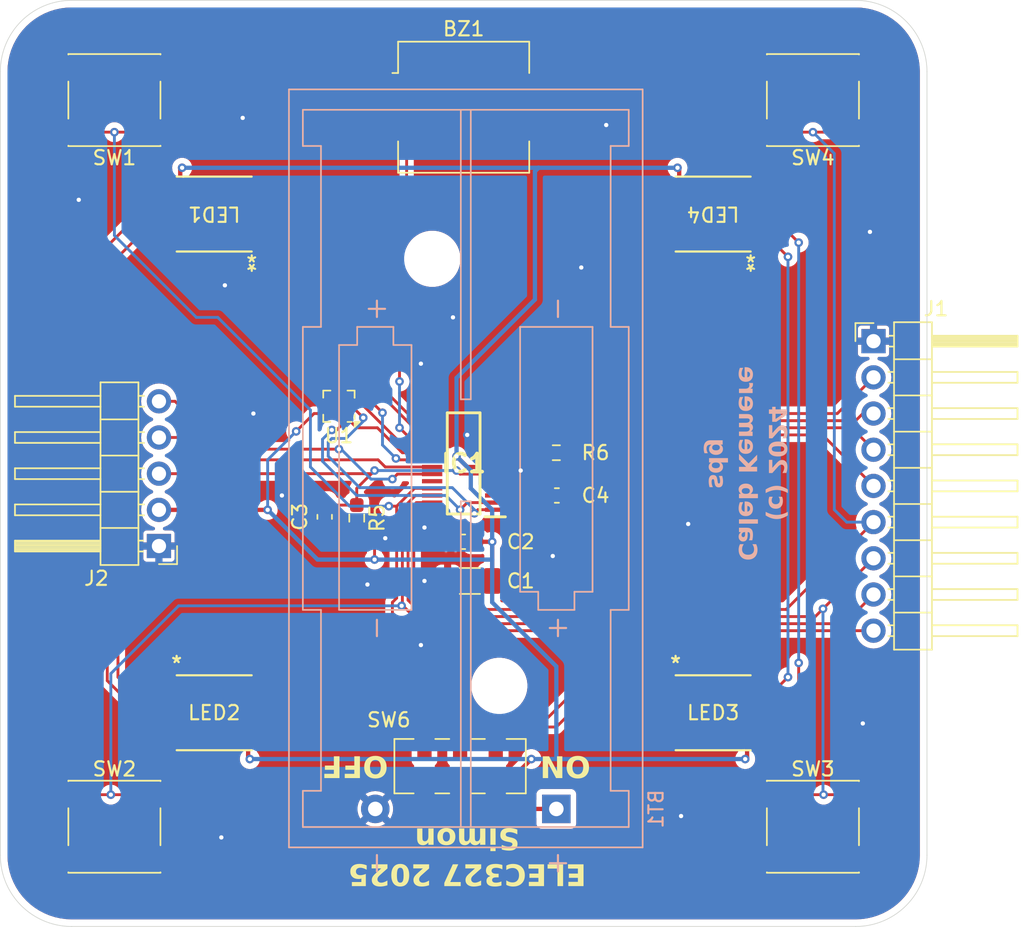
<source format=kicad_pcb>
(kicad_pcb (version 20240108) (generator "pcbnew") (generator_version "8.0")
  (layers (0 "F.Cu" signal) (31 "B.Cu" signal) (34 "B.Paste" user) (35 "F.Paste" user) (36 "B.SilkS" user "B.Silkscreen") (37 "F.SilkS" user "F.Silkscreen") (38 "B.Mask" user) (39 "F.Mask" user) (44 "Edge.Cuts" user))
  (net 0 "")
  (net 5 "SPI1_SCK")
  (net 6 "ACC_INT")
  (net 7 "VDD")
  (net 8 "GND")
  (net 9 "NRST")
  (net 10 "VCORE")
  (net 11 "ROSC")
  (net 12 "LED1_IO")
  (net 13 "LED2_IO")
  (net 14 "LED3_IO")
  (net 15 "LED4_IO")
  (net 16 "BUTTON1_IO")
  (net 17 "BUTTON2_IO")
  (net 18 "BUTTON3_IO")
  (net 19 "BUTTON4_IO")
  (net 20 "BUZZER_IO")
  (net 21 "SWDIO")
  (net 22 "SWCLK")
  (net 24 "SPI0_LED_SCK")
  (net 25 "SPI0_LED_PICO")
  (net 26 "Net-(LED1-COUT)")
  (net 27 "Net-(LED1-DOUT)")
  (net 28 "Net-(LED2-COUT)")
  (net 29 "Net-(LED2-DOUT)")
  (net 30 "Net-(LED3-DOUT)")
  (net 31 "Net-(LED3-COUT)")
  (net 34 "SPI1_POCI")
  (net 35 "SPI1_PICO")
  (net 36 "SPI1_CS0")
  (net 38 "Net-(BT1-+)")
  (footprint "ELEC327-Kicad:BL-HBGR32L-3-TRB-8_AMB" (layer "F.Cu") (at 100 50 180)
    (property "Reference" "LED4" (at 0 0 180) (layer "F.SilkS"))
    (property "Value" "BL-HBGR32L-3-TRB-8")
    (fp_text user "*" (at -2.63525 -3.4417 180) (layer "F.SilkS"))
    (fp_text user "*" (at -2.63525 -3.4417 180) (layer "F.SilkS"))
    (pad "1" smd rect (at -2.38125 -1.6002 180) (size 1.3589 1.143) (layers "F.Cu" "F.Paste" "F.Mask") (net 30 "Net-(LED3-DOUT)"))
    (pad "2" smd rect (at -2.38125 0 180) (size 1.3589 1.143) (layers "F.Cu" "F.Paste" "F.Mask") (net 31 "Net-(LED3-COUT)"))
    (pad "3" smd rect (at -2.38125 1.6002 180) (size 1.3589 1.143) (layers "F.Cu" "F.Paste" "F.Mask") (net 8 "GND"))
    (pad "4" smd rect (at 2.38125 1.6002 180) (size 1.3589 1.143) (layers "F.Cu" "F.Paste" "F.Mask") (net 7 "VDD"))
    (pad "5" smd rect (at 2.38125 0 180) (size 1.3589 1.143) (layers "F.Cu" "F.Paste" "F.Mask"))
    (pad "6" smd rect (at 2.38125 -1.6002 180) (size 1.3589 1.143) (layers "F.Cu" "F.Paste" "F.Mask"))
  )
  (footprint "Buzzer_Beeper:Buzzer_CUI_CPT-9019S-SMT" (layer "F.Cu") (at 82.5 42.5)
    (property "Reference" "BZ1" (at 0 -5.5 0) (layer "F.SilkS"))
    (property "Value" "Buzzer")
    (pad "1" smd rect (at -4 0) (size 2 4.2) (layers "F.Cu" "F.Paste" "F.Mask") (net 20 "BUZZER_IO"))
    (pad "2" smd rect (at 4 0) (size 2 4.2) (layers "F.Cu" "F.Paste" "F.Mask") (net 8 "GND"))
  )
  (footprint "Connector_PinHeader_2.54mm:PinHeader_1x09_P2.54mm_Horizontal" (layer "F.Cu") (at 111.25 58.92)
    (property "Reference" "J1" (at 4.385 -2.27 0) (layer "F.SilkS"))
    (property "Value" "Conn_01x09" (hide yes))
    (pad "1" thru_hole rect (at 0 0) (size 1.7 1.7) (drill 1) (layers "*.Cu" "*.Mask") (net 8 "GND"))
    (pad "2" thru_hole oval (at 0 2.54) (size 1.7 1.7) (drill 1) (layers "*.Cu" "*.Mask") (net 15 "LED4_IO"))
    (pad "3" thru_hole oval (at 0 5.08) (size 1.7 1.7) (drill 1) (layers "*.Cu" "*.Mask") (net 14 "LED3_IO"))
    (pad "4" thru_hole oval (at 0 7.62) (size 1.7 1.7) (drill 1) (layers "*.Cu" "*.Mask") (net 13 "LED2_IO"))
    (pad "5" thru_hole oval (at 0 10.16) (size 1.7 1.7) (drill 1) (layers "*.Cu" "*.Mask") (net 12 "LED1_IO"))
    (pad "6" thru_hole oval (at 0 12.7) (size 1.7 1.7) (drill 1) (layers "*.Cu" "*.Mask") (net 19 "BUTTON4_IO"))
    (pad "7" thru_hole oval (at 0 15.24) (size 1.7 1.7) (drill 1) (layers "*.Cu" "*.Mask") (net 18 "BUTTON3_IO"))
    (pad "8" thru_hole oval (at 0 17.78) (size 1.7 1.7) (drill 1) (layers "*.Cu" "*.Mask") (net 17 "BUTTON2_IO"))
    (pad "9" thru_hole oval (at 0 20.32) (size 1.7 1.7) (drill 1) (layers "*.Cu" "*.Mask") (net 16 "BUTTON1_IO"))
  )
  (footprint "Button_Switch_SMD:SW_SPST_PTS645" (layer "F.Cu") (at 107 93)
    (property "Reference" "SW3" (at 0 -4.05 0) (layer "F.SilkS"))
    (property "Value" "SW_DPST")
    (pad "1" smd rect (at -3.98 -2.25) (size 1.55 1.3) (layers "F.Cu" "F.Paste" "F.Mask") (net 18 "BUTTON3_IO"))
    (pad "1" smd rect (at 3.98 -2.25) (size 1.55 1.3) (layers "F.Cu" "F.Paste" "F.Mask") (net 18 "BUTTON3_IO"))
    (pad "2" smd rect (at -3.98 2.25) (size 1.55 1.3) (layers "F.Cu" "F.Paste" "F.Mask") (net 8 "GND"))
    (pad "2" smd rect (at 3.98 2.25) (size 1.55 1.3) (layers "F.Cu" "F.Paste" "F.Mask") (net 8 "GND"))
  )
  (footprint "Connector_PinHeader_2.54mm:PinHeader_1x05_P2.54mm_Horizontal" (layer "F.Cu") (at 61.125 73.3 180)
    (property "Reference" "J2" (at 4.385 -2.27 0) (layer "F.SilkS"))
    (property "Value" "Conn_01x05")
    (pad "1" thru_hole rect (at 0 0 180) (size 1.7 1.7) (drill 1) (layers "*.Cu" "*.Mask") (net 8 "GND"))
    (pad "2" thru_hole oval (at 0 2.54 180) (size 1.7 1.7) (drill 1) (layers "*.Cu" "*.Mask") (net 7 "VDD"))
    (pad "3" thru_hole oval (at 0 5.08 180) (size 1.7 1.7) (drill 1) (layers "*.Cu" "*.Mask") (net 9 "NRST"))
    (pad "4" thru_hole oval (at 0 7.62 180) (size 1.7 1.7) (drill 1) (layers "*.Cu" "*.Mask") (net 21 "SWDIO"))
    (pad "5" thru_hole oval (at 0 10.16 180) (size 1.7 1.7) (drill 1) (layers "*.Cu" "*.Mask") (net 22 "SWCLK"))
  )
  (footprint "Capacitor_SMD:C_0603_1608Metric_Pad1.08x0.95mm_HandSolder" (layer "F.Cu") (at 82.4625 73 180)
    (property "Reference" "C2" (at -4.0375 0 180) (layer "F.SilkS"))
    (property "Value" "0.1uF")
    (pad "1" smd roundrect (at -0.8625 0 180) (size 1.075 0.95) (layers "F.Cu" "F.Paste" "F.Mask") (net 7 "VDD"))
    (pad "2" smd roundrect (at 0.8625 0 180) (size 1.075 0.95) (layers "F.Cu" "F.Paste" "F.Mask") (net 8 "GND"))
  )
  (footprint "Resistor_SMD:R_0603_1608Metric_Pad0.98x0.95mm_HandSolder" (layer "F.Cu") (at 89 66.75 180)
    (property "Reference" "R6" (at -2.75 0 0) (layer "F.SilkS"))
    (property "Value" "100k")
    (pad "1" smd roundrect (at -0.9125 0 180) (size 0.975 0.95) (layers "F.Cu" "F.Paste" "F.Mask") (net 8 "GND"))
    (pad "2" smd roundrect (at 0.9125 0 180) (size 0.975 0.95) (layers "F.Cu" "F.Paste" "F.Mask") (net 11 "ROSC"))
  )
  (footprint "Button_Switch_SMD:SW_SPST_PTS645" (layer "F.Cu") (at 107 42 180)
    (property "Reference" "SW4" (at 0 -4.05 180) (layer "F.SilkS"))
    (property "Value" "SW_DPST")
    (pad "1" smd rect (at -3.98 -2.25 180) (size 1.55 1.3) (layers "F.Cu" "F.Paste" "F.Mask") (net 19 "BUTTON4_IO"))
    (pad "1" smd rect (at 3.98 -2.25 180) (size 1.55 1.3) (layers "F.Cu" "F.Paste" "F.Mask") (net 19 "BUTTON4_IO"))
    (pad "2" smd rect (at -3.98 2.25 180) (size 1.55 1.3) (layers "F.Cu" "F.Paste" "F.Mask") (net 8 "GND"))
    (pad "2" smd rect (at 3.98 2.25 180) (size 1.55 1.3) (layers "F.Cu" "F.Paste" "F.Mask") (net 8 "GND"))
  )
  (footprint "ELEC327-Kicad:SOP50P490X110-28N" (layer "F.Cu") (at 82.5 67.5 180)
    (property "Reference" "IC1" (at 0 0 180) (layer "F.SilkS") (effects (font (size 1.27 1.27) (thickness 0.254))))
    (property "Value" "MSPM0G3507SDGS28R" (hide yes))
    (pad "1" smd rect (at -2.212 -3.25 270) (size 0.3 1.425) (layers "F.Cu" "F.Paste" "F.Mask") (net 36 "SPI1_CS0"))
    (pad "2" smd rect (at -2.212 -2.75 270) (size 0.3 1.425) (layers "F.Cu" "F.Paste" "F.Mask") (net 6 "ACC_INT"))
    (pad "3" smd rect (at -2.212 -2.25 270) (size 0.3 1.425) (layers "F.Cu" "F.Paste" "F.Mask") (net 10 "VCORE"))
    (pad "4" smd rect (at -2.212 -1.75 270) (size 0.3 1.425) (layers "F.Cu" "F.Paste" "F.Mask"))
    (pad "5" smd rect (at -2.212 -1.25 270) (size 0.3 1.425) (layers "F.Cu" "F.Paste" "F.Mask"))
    (pad "6" smd rect (at -2.212 -0.75 270) (size 0.3 1.425) (layers "F.Cu" "F.Paste" "F.Mask") (net 9 "NRST"))
    (pad "7" smd rect (at -2.212 -0.25 270) (size 0.3 1.425) (layers "F.Cu" "F.Paste" "F.Mask") (net 7 "VDD"))
    (pad "8" smd rect (at -2.212 0.25 270) (size 0.3 1.425) (layers "F.Cu" "F.Paste" "F.Mask") (net 8 "GND"))
    (pad "9" smd rect (at -2.212 0.75 270) (size 0.3 1.425) (layers "F.Cu" "F.Paste" "F.Mask") (net 11 "ROSC"))
    (pad "10" smd rect (at -2.212 1.25 270) (size 0.3 1.425) (layers "F.Cu" "F.Paste" "F.Mask") (net 12 "LED1_IO"))
    (pad "11" smd rect (at -2.212 1.75 270) (size 0.3 1.425) (layers "F.Cu" "F.Paste" "F.Mask") (net 13 "LED2_IO"))
    (pad "12" smd rect (at -2.212 2.25 270) (size 0.3 1.425) (layers "F.Cu" "F.Paste" "F.Mask") (net 14 "LED3_IO"))
    (pad "13" smd rect (at -2.212 2.75 270) (size 0.3 1.425) (layers "F.Cu" "F.Paste" "F.Mask") (net 15 "LED4_IO"))
    (pad "14" smd rect (at -2.212 3.25 270) (size 0.3 1.425) (layers "F.Cu" "F.Paste" "F.Mask"))
    (pad "15" smd rect (at 2.212 3.25 270) (size 0.3 1.425) (layers "F.Cu" "F.Paste" "F.Mask"))
    (pad "16" smd rect (at 2.212 2.75 270) (size 0.3 1.425) (layers "F.Cu" "F.Paste" "F.Mask") (net 24 "SPI0_LED_SCK"))
    (pad "17" smd rect (at 2.212 2.25 270) (size 0.3 1.425) (layers "F.Cu" "F.Paste" "F.Mask") (net 25 "SPI0_LED_PICO"))
    (pad "18" smd rect (at 2.212 1.75 270) (size 0.3 1.425) (layers "F.Cu" "F.Paste" "F.Mask") (net 20 "BUZZER_IO"))
    (pad "19" smd rect (at 2.212 1.25 270) (size 0.3 1.425) (layers "F.Cu" "F.Paste" "F.Mask") (net 34 "SPI1_POCI"))
    (pad "20" smd rect (at 2.212 0.75 270) (size 0.3 1.425) (layers "F.Cu" "F.Paste" "F.Mask") (net 5 "SPI1_SCK"))
    (pad "21" smd rect (at 2.212 0.25 270) (size 0.3 1.425) (layers "F.Cu" "F.Paste" "F.Mask") (net 35 "SPI1_PICO"))
    (pad "22" smd rect (at 2.212 -0.25 270) (size 0.3 1.425) (layers "F.Cu" "F.Paste" "F.Mask") (net 21 "SWDIO"))
    (pad "23" smd rect (at 2.212 -0.75 270) (size 0.3 1.425) (layers "F.Cu" "F.Paste" "F.Mask") (net 22 "SWCLK"))
    (pad "24" smd rect (at 2.212 -1.25 270) (size 0.3 1.425) (layers "F.Cu" "F.Paste" "F.Mask"))
    (pad "25" smd rect (at 2.212 -1.75 270) (size 0.3 1.425) (layers "F.Cu" "F.Paste" "F.Mask") (net 16 "BUTTON1_IO"))
    (pad "26" smd rect (at 2.212 -2.25 270) (size 0.3 1.425) (layers "F.Cu" "F.Paste" "F.Mask") (net 17 "BUTTON2_IO"))
    (pad "27" smd rect (at 2.212 -2.75 270) (size 0.3 1.425) (layers "F.Cu" "F.Paste" "F.Mask") (net 18 "BUTTON3_IO"))
    (pad "28" smd rect (at 2.212 -3.25 270) (size 0.3 1.425) (layers "F.Cu" "F.Paste" "F.Mask") (net 19 "BUTTON4_IO"))
  )
  (footprint "ELEC327-Kicad:BL-HBGR32L-3-TRB-8_AMB" (layer "F.Cu") (at 65 50 180)
    (property "Reference" "LED1" (at 0 0 180) (layer "F.SilkS"))
    (property "Value" "BL-HBGR32L-3-TRB-8")
    (fp_text user "*" (at -2.63525 -3.4417 180) (layer "F.SilkS"))
    (fp_text user "*" (at -2.63525 -3.4417 180) (layer "F.SilkS"))
    (pad "1" smd rect (at -2.38125 -1.6002 180) (size 1.3589 1.143) (layers "F.Cu" "F.Paste" "F.Mask") (net 25 "SPI0_LED_PICO"))
    (pad "2" smd rect (at -2.38125 0 180) (size 1.3589 1.143) (layers "F.Cu" "F.Paste" "F.Mask") (net 24 "SPI0_LED_SCK"))
    (pad "3" smd rect (at -2.38125 1.6002 180) (size 1.3589 1.143) (layers "F.Cu" "F.Paste" "F.Mask") (net 8 "GND"))
    (pad "4" smd rect (at 2.38125 1.6002 180) (size 1.3589 1.143) (layers "F.Cu" "F.Paste" "F.Mask") (net 7 "VDD"))
    (pad "5" smd rect (at 2.38125 0 180) (size 1.3589 1.143) (layers "F.Cu" "F.Paste" "F.Mask") (net 26 "Net-(LED1-COUT)"))
    (pad "6" smd rect (at 2.38125 -1.6002 180) (size 1.3589 1.143) (layers "F.Cu" "F.Paste" "F.Mask") (net 27 "Net-(LED1-DOUT)"))
  )
  (footprint "Capacitor_SMD:C_0603_1608Metric_Pad1.08x0.95mm_HandSolder" (layer "F.Cu") (at 72.75 71.25 -90)
    (property "Reference" "C3" (at 0 1.75 90) (layer "F.SilkS"))
    (property "Value" "10nF")
    (pad "1" smd roundrect (at -0.8625 0 270) (size 1.075 0.95) (layers "F.Cu" "F.Paste" "F.Mask") (net 9 "NRST"))
    (pad "2" smd roundrect (at 0.8625 0 270) (size 1.075 0.95) (layers "F.Cu" "F.Paste" "F.Mask") (net 8 "GND"))
  )
  (footprint "Resistor_SMD:R_0603_1608Metric_Pad0.98x0.95mm_HandSolder" (layer "F.Cu") (at 75 71.3375 -90)
    (property "Reference" "R5" (at 0 -1.43 90) (layer "F.SilkS"))
    (property "Value" "47k")
    (pad "1" smd roundrect (at -0.9125 0 270) (size 0.975 0.95) (layers "F.Cu" "F.Paste" "F.Mask") (net 9 "NRST"))
    (pad "2" smd roundrect (at 0.9125 0 270) (size 0.975 0.95) (layers "F.Cu" "F.Paste" "F.Mask") (net 7 "VDD"))
  )
  (footprint "Capacitor_SMD:C_1206_3216Metric_Pad1.33x1.80mm_HandSolder" (layer "F.Cu") (at 82.9375 75.75 180)
    (property "Reference" "C1" (at -3.5625 0 0) (layer "F.SilkS"))
    (property "Value" "10uF")
    (pad "1" smd roundrect (at -1.5625 0 180) (size 1.325 1.8) (layers "F.Cu" "F.Paste" "F.Mask") (roundrect_rratio 0.188679) (net 7 "VDD"))
    (pad "2" smd roundrect (at 1.5625 0 180) (size 1.325 1.8) (layers "F.Cu" "F.Paste" "F.Mask") (roundrect_rratio 0.188679) (net 8 "GND"))
  )
  (footprint "ELEC327-Kicad:BL-HBGR32L-3-TRB-8_AMB" (layer "F.Cu") (at 65 85)
    (property "Reference" "LED2" (at 0 0 0) (layer "F.SilkS"))
    (property "Value" "BL-HBGR32L-3-TRB-8")
    (fp_text user "*" (at -2.63525 -3.4417 0) (layer "F.SilkS"))
    (fp_text user "*" (at -2.63525 -3.4417 0) (layer "F.SilkS"))
    (pad "1" smd rect (at -2.38125 -1.6002) (size 1.3589 1.143) (layers "F.Cu" "F.Paste" "F.Mask") (net 27 "Net-(LED1-DOUT)"))
    (pad "2" smd rect (at -2.38125 0) (size 1.3589 1.143) (layers "F.Cu" "F.Paste" "F.Mask") (net 26 "Net-(LED1-COUT)"))
    (pad "3" smd rect (at -2.38125 1.6002) (size 1.3589 1.143) (layers "F.Cu" "F.Paste" "F.Mask") (net 8 "GND"))
    (pad "4" smd rect (at 2.38125 1.6002) (size 1.3589 1.143) (layers "F.Cu" "F.Paste" "F.Mask") (net 7 "VDD"))
    (pad "5" smd rect (at 2.38125 0) (size 1.3589 1.143) (layers "F.Cu" "F.Paste" "F.Mask") (net 28 "Net-(LED2-COUT)"))
    (pad "6" smd rect (at 2.38125 -1.6002) (size 1.3589 1.143) (layers "F.Cu" "F.Paste" "F.Mask") (net 29 "Net-(LED2-DOUT)"))
  )
  (footprint "ELEC327-Kicad:BL-HBGR32L-3-TRB-8_AMB" (layer "F.Cu") (at 100 85)
    (property "Reference" "LED3" (at 0 0 0) (layer "F.SilkS"))
    (property "Value" "BL-HBGR32L-3-TRB-8")
    (fp_text user "*" (at -2.63525 -3.4417 0) (layer "F.SilkS"))
    (fp_text user "*" (at -2.63525 -3.4417 0) (layer "F.SilkS"))
    (pad "1" smd rect (at -2.38125 -1.6002) (size 1.3589 1.143) (layers "F.Cu" "F.Paste" "F.Mask") (net 29 "Net-(LED2-DOUT)"))
    (pad "2" smd rect (at -2.38125 0) (size 1.3589 1.143) (layers "F.Cu" "F.Paste" "F.Mask") (net 28 "Net-(LED2-COUT)"))
    (pad "3" smd rect (at -2.38125 1.6002) (size 1.3589 1.143) (layers "F.Cu" "F.Paste" "F.Mask") (net 8 "GND"))
    (pad "4" smd rect (at 2.38125 1.6002) (size 1.3589 1.143) (layers "F.Cu" "F.Paste" "F.Mask") (net 7 "VDD"))
    (pad "5" smd rect (at 2.38125 0) (size 1.3589 1.143) (layers "F.Cu" "F.Paste" "F.Mask") (net 31 "Net-(LED3-COUT)"))
    (pad "6" smd rect (at 2.38125 -1.6002) (size 1.3589 1.143) (layers "F.Cu" "F.Paste" "F.Mask") (net 30 "Net-(LED3-DOUT)"))
  )
  (footprint "Capacitor_SMD:C_0603_1608Metric_Pad1.08x0.95mm_HandSolder" (layer "F.Cu") (at 89.0375 69.75)
    (property "Reference" "C4" (at 2.7125 0 0) (layer "F.SilkS"))
    (property "Value" "0.47 uF")
    (pad "1" smd roundrect (at -0.8625 0) (size 1.075 0.95) (layers "F.Cu" "F.Paste" "F.Mask") (net 10 "VCORE"))
    (pad "2" smd roundrect (at 0.8625 0) (size 1.075 0.95) (layers "F.Cu" "F.Paste" "F.Mask") (net 8 "GND"))
  )
  (footprint "Button_Switch_SMD:SW_SPST_PTS645" (layer "F.Cu") (at 58 93)
    (property "Reference" "SW2" (at 0 -4.05 0) (layer "F.SilkS"))
    (property "Value" "SW_DPST")
    (pad "1" smd rect (at -3.98 -2.25) (size 1.55 1.3) (layers "F.Cu" "F.Paste" "F.Mask") (net 17 "BUTTON2_IO"))
    (pad "1" smd rect (at 3.98 -2.25) (size 1.55 1.3) (layers "F.Cu" "F.Paste" "F.Mask") (net 17 "BUTTON2_IO"))
    (pad "2" smd rect (at -3.98 2.25) (size 1.55 1.3) (layers "F.Cu" "F.Paste" "F.Mask") (net 8 "GND"))
    (pad "2" smd rect (at 3.98 2.25) (size 1.55 1.3) (layers "F.Cu" "F.Paste" "F.Mask") (net 8 "GND"))
  )
  (footprint "Button_Switch_SMD:SW_DPDT_CK_JS202011JCQN" (layer "F.Cu") (at 82.25 88.75 180)
    (property "Reference" "SW6" (at 5 3.25 180) (layer "F.SilkS"))
    (property "Value" "SW_SPDT")
    (pad "1" smd rect (at -2.5 -1.2 180) (size 1 1.6) (layers "F.Cu" "F.Paste" "F.Mask") (net 7 "VDD"))
    (pad "2" smd rect (at 0 -1.2 180) (size 1 1.6) (layers "F.Cu" "F.Paste" "F.Mask") (net 38 "Net-(BT1-+)"))
    (pad "3" smd rect (at 2.5 -1.2 180) (size 1 1.6) (layers "F.Cu" "F.Paste" "F.Mask"))
    (pad "4" smd rect (at -2.5 1.2 180) (size 1 1.6) (layers "F.Cu" "F.Paste" "F.Mask"))
    (pad "5" smd rect (at 0 1.2 180) (size 1 1.6) (layers "F.Cu" "F.Paste" "F.Mask"))
    (pad "6" smd rect (at 2.5 1.2 180) (size 1 1.6) (layers "F.Cu" "F.Paste" "F.Mask"))
  )
  (footprint "Package_LGA:LGA-12_2x2mm_P0.5mm" (layer "F.Cu") (at 73.75 63.4875 180)
    (property "Reference" "U1" (at 0 -2.075 0) (layer "F.SilkS"))
    (property "Value" "LIS2HH12")
    (pad "1" smd rect (at -0.775 -0.775 180) (size 0.35 0.35) (layers "F.Cu" "F.Paste" "F.Mask") (net 5 "SPI1_SCK"))
    (pad "2" smd rect (at -0.7625 -0.25 180) (size 0.375 0.3) (layers "F.Cu" "F.Paste" "F.Mask") (net 36 "SPI1_CS0"))
    (pad "3" smd rect (at -0.7625 0.25 180) (size 0.375 0.3) (layers "F.Cu" "F.Paste" "F.Mask") (net 34 "SPI1_POCI"))
    (pad "4" smd rect (at -0.775 0.775 180) (size 0.35 0.35) (layers "F.Cu" "F.Paste" "F.Mask") (net 35 "SPI1_PICO"))
    (pad "5" smd rect (at -0.25 0.7625 270) (size 0.375 0.3) (layers "F.Cu" "F.Paste" "F.Mask") (net 8 "GND"))
    (pad "6" smd rect (at 0.25 0.7625 270) (size 0.375 0.3) (layers "F.Cu" "F.Paste" "F.Mask") (net 8 "GND"))
    (pad "7" smd rect (at 0.775 0.775 180) (size 0.35 0.35) (layers "F.Cu" "F.Paste" "F.Mask") (net 8 "GND"))
    (pad "8" smd rect (at 0.7625 0.25 180) (size 0.375 0.3) (layers "F.Cu" "F.Paste" "F.Mask") (net 8 "GND"))
    (pad "9" smd rect (at 0.7625 -0.25 180) (size 0.375 0.3) (layers "F.Cu" "F.Paste" "F.Mask") (net 7 "VDD"))
    (pad "10" smd rect (at 0.775 -0.775 180) (size 0.35 0.35) (layers "F.Cu" "F.Paste" "F.Mask") (net 7 "VDD"))
    (pad "11" smd rect (at 0.25 -0.7625 270) (size 0.375 0.3) (layers "F.Cu" "F.Paste" "F.Mask"))
    (pad "12" smd rect (at -0.25 -0.7625 270) (size 0.375 0.3) (layers "F.Cu" "F.Paste" "F.Mask") (net 6 "ACC_INT"))
  )
  (footprint "Button_Switch_SMD:SW_SPST_PTS645" (layer "F.Cu") (at 58 42 180)
    (property "Reference" "SW1" (at 0 -4.05 180) (layer "F.SilkS"))
    (property "Value" "SW_DPST")
    (pad "1" smd rect (at -3.98 -2.25 180) (size 1.55 1.3) (layers "F.Cu" "F.Paste" "F.Mask") (net 16 "BUTTON1_IO"))
    (pad "1" smd rect (at 3.98 -2.25 180) (size 1.55 1.3) (layers "F.Cu" "F.Paste" "F.Mask") (net 16 "BUTTON1_IO"))
    (pad "2" smd rect (at -3.98 2.25 180) (size 1.55 1.3) (layers "F.Cu" "F.Paste" "F.Mask") (net 8 "GND"))
    (pad "2" smd rect (at 3.98 2.25 180) (size 1.55 1.3) (layers "F.Cu" "F.Paste" "F.Mask") (net 8 "GND"))
  )
  (footprint "Battery:BatteryHolder_Keystone_2468_2xAAA" (layer "B.Cu") (at 89 91.75 90)
    (property "Reference" "BT1" (at 0 7 -90) (layer "B.SilkS") (effects (justify mirror)))
    (property "Value" "Battery_Cell")
    (fp_text user "-" (at -3.81 -12.7 -90) (layer "B.SilkS") (effects (font (size 1.5 1.5)) (justify mirror)))
    (fp_text user "+" (at 35.1 -12.7 -90) (layer "B.SilkS") (effects (font (size 1.5 1.5)) (justify mirror)))
    (fp_text user "+" (at 12.7 0 -90) (layer "B.SilkS") (effects (font (size 1.5 1.5)) (justify mirror)))
    (fp_text user "+" (at -3.81 0 -90) (layer "B.SilkS") (effects (font (size 1.5 1.5)) (justify mirror)))
    (fp_text user "-" (at 12.7 -12.7 -90) (layer "B.SilkS") (effects (font (size 1.5 1.5)) (justify mirror)))
    (fp_text user "-" (at 35.1 0 -90) (layer "B.SilkS") (effects (font (size 1.5 1.5)) (justify mirror)))
    (pad "" np_thru_hole circle (at 8.64 -4 90) (size 3.45 3.45) (drill 3.45) (layers "*.Cu"))
    (pad "" np_thru_hole circle (at 38.61 -8.7 90) (size 3.45 3.45) (drill 3.45) (layers "*.Cu" "*.Mask"))
    (pad "1" thru_hole rect (at 0 0 90) (size 2 2) (drill 1.02) (layers "*.Cu" "*.Mask") (net 38 "Net-(BT1-+)"))
    (pad "2" thru_hole circle (at 0 -12.7 90) (size 2 2) (drill 1.02) (layers "*.Cu" "*.Mask") (net 8 "GND"))
  )
  (gr_arc (start 110 35) (mid 113.535534 36.464466) (end 115 40) (stroke (width 0.05)) (layer "Edge.Cuts"))
  (gr_line (start 115 40) (end 115 95) (stroke (width 0.05)) (layer "Edge.Cuts"))
  (gr_line (start 50 95) (end 50 40) (stroke (width 0.05)) (layer "Edge.Cuts"))
  (gr_line (start 55 35) (end 110 35) (stroke (width 0.05)) (layer "Edge.Cuts"))
  (gr_arc (start 50 40) (mid 51.464466 36.464466) (end 55 35) (stroke (width 0.05)) (layer "Edge.Cuts"))
  (gr_arc (start 115 95) (mid 113.535534 98.535534) (end 110 100) (stroke (width 0.05)) (layer "Edge.Cuts"))
  (gr_line (start 110 100) (end 55 100) (stroke (width 0.05)) (layer "Edge.Cuts"))
  (gr_arc (start 55 100) (mid 51.464466 98.535534) (end 50 95) (stroke (width 0.05)) (layer "Edge.Cuts"))
  (gr_text "(c) 2024\nCaleb Kemere\nsdg\n" (at 99.5 67.5 270) (layer "B.SilkS") (effects (font (size 1.25 1.25) (thickness 0.2) (bold yes)) (justify bottom mirror)))
  (gr_text "ON" (at 91.4 87.8 180) (layer "F.SilkS") (effects (font (size 1.5 1.5) (thickness 0.3) (bold yes)) (justify left bottom)))
  (gr_text "ELEC327 2025\nSimon" (at 82.75 95 180) (layer "F.SilkS") (effects (font (size 1.5 1.5) (thickness 0.2) (bold yes))))
  (gr_text "OFF\n" (at 77.2 87.8 180) (layer "F.SilkS") (effects (font (size 1.5 1.5) (thickness 0.3) (bold yes)) (justify left bottom)))
  (segment (start 74.5125 64.5125) (end 75 65) (width 0.2) (layer "F.Cu") (net 5))
  (segment (start 78.096814 66.65) (end 76.446814 65) (width 0.2) (layer "F.Cu") (net 5))
  (segment (start 74.5125 64.2375) (end 74.5125 64.5125) (width 0.2) (layer "F.Cu") (net 5))
  (segment (start 78.198529 66.75) (end 78.098529 66.65) (width 0.2) (layer "F.Cu") (net 5))
  (segment (start 76.446814 65) (end 75 65) (width 0.2) (layer "F.Cu") (net 5))
  (segment (start 78.098529 66.65) (end 78.096814 66.65) (width 0.2) (layer "F.Cu") (net 5))
  (segment (start 80.288 66.75) (end 78.198529 66.75) (width 0.2) (layer "F.Cu") (net 5))
  (segment (start 73.25 65.15) (end 73.6 65.15) (width 0.2) (layer "F.Cu") (net 6))
  (segment (start 82.75 70.25) (end 82.25 70.75) (width 0.2) (layer "F.Cu") (net 6))
  (segment (start 84.712 70.25) (end 82.75 70.25) (width 0.2) (layer "F.Cu") (net 6))
  (segment (start 73.6 65.15) (end 74 64.75) (width 0.2) (layer "F.Cu") (net 6))
  (segment (start 74 64.25) (end 74 64.75) (width 0.2) (layer "F.Cu") (net 6))
  (via (at 82.25 70.75) (size 0.6) (drill 0.3) (layers "F.Cu" "B.Cu") (net 6))
  (via (at 73.25 65.15) (size 0.6) (drill 0.3) (layers "F.Cu" "B.Cu") (net 6))
  (segment (start 75 69.75) (end 73.75 68.5) (width 0.2) (layer "B.Cu") (net 6))
  (segment (start 72.6 65.8) (end 73.25 65.15) (width 0.2) (layer "B.Cu") (net 6))
  (segment (start 72.6 67.35) (end 72.6 65.8) (width 0.2) (layer "B.Cu") (net 6))
  (segment (start 73.75 68.5) (end 72.6 67.35) (width 0.2) (layer "B.Cu") (net 6))
  (segment (start 81.25 69.75) (end 75 69.75) (width 0.2) (layer "B.Cu") (net 6))
  (segment (start 82.25 70.75) (end 81.25 69.75) (width 0.2) (layer "B.Cu") (net 6))
  (segment (start 102.38125 86.6002) (end 102.38125 88.11875) (width 0.3) (layer "F.Cu") (net 7))
  (segment (start 84.712 67.75) (end 82.75 67.75) (width 0.3) (layer "F.Cu") (net 7))
  (segment (start 72 64) (end 70.75 65.25) (width 0.2) (layer "F.Cu") (net 7))
  (segment (start 72.9875 63.7375) (end 72.9875 64) (width 0.2) (layer "F.Cu") (net 7))
  (segment (start 62.61875 48.3998) (end 62.61875 46.88125) (width 0.3) (layer "F.Cu") (net 7))
  (segment (start 67.38125 86.6002) (end 67.38125 88.13125) (width 0.3) (layer "F.Cu") (net 7))
  (segment (start 72.25 64) (end 72 64) (width 0.2) (layer "F.Cu") (net 7))
  (segment (start 67.38125 88.13125) (end 67.5 88.25) (width 0.3) (layer "F.Cu") (net 7))
  (segment (start 62.61875 46.88125) (end 62.75 46.75) (width 0.3) (layer "F.Cu") (net 7))
  (segment (start 85.55 89.95) (end 87.25 88.25) (width 0.3) (layer "F.Cu") (net 7))
  (segment (start 72.9875 64) (end 72.25 64) (width 0.2) (layer "F.Cu") (net 7))
  (segment (start 84.5 73) (end 84.5 75.75) (width 0.3) (layer "F.Cu") (net 7))
  (segment (start 102.38125 88.11875) (end 102.25 88.25) (width 0.3) (layer "F.Cu") (net 7))
  (segment (start 76.25 73.5) (end 76.25 74.25) (width 0.2) (layer "F.Cu") (net 7))
  (segment (start 72.9875 64) (end 72.9875 64.2375) (width 0.2) (layer "F.Cu") (net 7))
  (segment (start 82.75 67.75) (end 82 67) (width 0.3) (layer "F.Cu") (net 7))
  (segment (start 97.61875 46.86875) (end 97.5 46.75) (width 0.3) (layer "F.Cu") (net 7))
  (segment (start 75 72.25) (end 76.25 73.5) (width 0.2) (layer "F.Cu") (net 7))
  (segment (start 84.75 89.95) (end 85.55 89.95) (width 0.3) (layer "F.Cu") (net 7))
  (segment (start 83.5 73) (end 84.5 73) (width 0.3) (layer "F.Cu") (net 7))
  (segment (start 97.61875 48.3998) (end 97.61875 46.86875) (width 0.3) (layer "F.Cu") (net 7))
  (segment (start 61.125 70.76) (end 68.75 70.76) (width 0.3) (layer "F.Cu") (net 7))
  (via (at 76.25 74.25) (size 0.6) (drill 0.3) (layers "F.Cu" "B.Cu") (net 7))
  (via (at 84.5 73) (size 0.6) (drill 0.3) (layers "F.Cu" "B.Cu") (net 7))
  (via (at 87.25 88.25) (size 0.6) (drill 0.3) (layers "F.Cu" "B.Cu") (net 7))
  (via (at 97.5 46.75) (size 0.6) (drill 0.3) (layers "F.Cu" "B.Cu") (net 7))
  (via (at 62.75 46.75) (size 0.6) (drill 0.3) (layers "F.Cu" "B.Cu") (net 7))
  (via (at 82 67) (size 0.6) (drill 0.3) (layers "F.Cu" "B.Cu") (net 7))
  (via (at 67.5 88.25) (size 0.6) (drill 0.3) (layers "F.Cu" "B.Cu") (net 7))
  (via (at 70.75 65.25) (size 0.6) (drill 0.3) (layers "F.Cu" "B.Cu") (net 7))
  (via (at 68.75 70.76) (size 0.6) (drill 0.3) (layers "F.Cu" "B.Cu") (net 7))
  (via (at 102.25 88.25) (size 0.6) (drill 0.3) (layers "F.Cu" "B.Cu") (net 7))
  (segment (start 83 69.25) (end 83 68) (width 0.3) (layer "B.Cu") (net 7))
  (segment (start 68.76 70.76) (end 72.25 74.25) (width 0.3) (layer "B.Cu") (net 7))
  (segment (start 67.5 88.25) (end 87.25 88.25) (width 0.3) (layer "B.Cu") (net 7))
  (segment (start 82 61.5) (end 87.5 56) (width 0.3) (layer "B.Cu") (net 7))
  (segment (start 89 88.25) (end 89 81.75) (width 0.3) (layer "B.Cu") (net 7))
  (segment (start 89 81.75) (end 84.5 77.25) (width 0.3) (layer "B.Cu") (net 7))
  (segment (start 87.75 46.75) (end 97.5 46.75) (width 0.3) (layer "B.Cu") (net 7))
  (segment (start 68.75 67.25) (end 68.75 70.76) (width 0.2) (layer "B.Cu") (net 7))
  (segment (start 84.5 70.75) (end 83 69.25) (width 0.3) (layer "B.Cu") (net 7))
  (segment (start 89 88.25) (end 102.25 88.25) (width 0.3) (layer "B.Cu") (net 7))
  (segment (start 70.75 65.25) (end 68.75 67.25) (width 0.2) (layer "B.Cu") (net 7))
  (segment (start 88.75 88.25) (end 89 88.25) (width 0.3) (layer "B.Cu") (net 7))
  (segment (start 87.5 47) (end 87.75 46.75) (width 0.3) (layer "B.Cu") (net 7))
  (segment (start 83 68) (end 82 67) (width 0.3) (layer "B.Cu") (net 7))
  (segment (start 68.75 70.76) (end 68.76 70.76) (width 0.3) (layer "B.Cu") (net 7))
  (segment (start 84.5 73) (end 84.5 70.75) (width 0.3) (layer "B.Cu") (net 7))
  (segment (start 87.5 56) (end 87.5 47) (width 0.3) (layer "B.Cu") (net 7))
  (segment (start 82 67) (end 82 61.5) (width 0.3) (layer "B.Cu") (net 7))
  (segment (start 84.5 77.25) (end 84.5 74.25) (width 0.3) (layer "B.Cu") (net 7))
  (segment (start 84.5 73) (end 84.5 74.25) (width 0.3) (layer "B.Cu") (net 7))
  (segment (start 62.75 46.75) (end 87.75 46.75) (width 0.3) (layer "B.Cu") (net 7))
  (segment (start 87.25 88.25) (end 88.75 88.25) (width 0.3) (layer "B.Cu") (net 7))
  (segment (start 76.25 74.25) (end 84.5 74.25) (width 0.3) (layer "B.Cu") (net 7))
  (segment (start 72.25 74.25) (end 76.25 74.25) (width 0.3) (layer "B.Cu") (net 7))
  (segment (start 82.75 66.3505) (end 82.75 65.5) (width 0.3) (layer "F.Cu") (net 8))
  (segment (start 72.9875 63.2375) (end 72.2275 63.2375) (width 0.2) (layer "F.Cu") (net 8))
  (segment (start 74 62.725) (end 74 62.12) (width 0.2) (layer "F.Cu") (net 8))
  (segment (start 73.5 62.725) (end 73.5 62.14) (width 0.2) (layer "F.Cu") (net 8))
  (segment (start 72.975 62.105) (end 72.97 62.1) (width 0.2) (layer "F.Cu") (net 8))
  (segment (start 83.6495 67.25) (end 82.75 66.3505) (width 0.3) (layer "F.Cu") (net 8))
  (segment (start 72.2275 63.2375) (end 72.22 63.23) (width 0.2) (layer "F.Cu") (net 8))
  (segment (start 72.975 62.7125) (end 72.975 62.105) (width 0.2) (layer "F.Cu") (net 8))
  (segment (start 84.712 67.25) (end 86 67.25) (width 0.3) (layer "F.Cu") (net 8))
  (segment (start 86 67.25) (end 86.5 67.75) (width 0.3) (layer "F.Cu") (net 8))
  (segment (start 84.712 67.25) (end 83.6495 67.25) (width 0.3) (layer "F.Cu") (net 8))
  (via (at 79.5 60.5) (size 0.6) (drill 0.3) (layers "F.Cu" "B.Cu") (net 8))
  (via (at 98.25 71.75) (size 0.6) (drill 0.3) (layers "F.Cu" "B.Cu") (net 8))
  (via (at 79.5 80.25) (size 0.6) (drill 0.3) (layers "F.Cu" "B.Cu") (net 8))
  (via (at 88.75 74) (size 0.6) (drill 0.3) (layers "F.Cu" "B.Cu") (net 8))
  (via (at 110.5 85.75) (size 0.6) (drill 0.3) (layers "F.Cu" "B.Cu") (net 8))
  (via (at 65.75 55) (size 0.6) (drill 0.3) (layers "F.Cu" "B.Cu") (net 8))
  (via (at 92.5 43.75) (size 0.6) (drill 0.3) (layers "F.Cu" "B.Cu") (net 8))
  (via (at 79.75 75.75) (size 0.6) (drill 0.3) (layers "F.Cu" "B.Cu") (net 8))
  (via (at 111 51.25) (size 0.6) (drill 0.3) (layers "F.Cu" "B.Cu") (net 8))
  (via (at 65.5 93.75) (size 0.6) (drill 0.3) (layers "F.Cu" "B.Cu") (net 8))
  (via (at 81.75 57.25) (size 0.6) (drill 0.3) (layers "F.Cu" "B.Cu") (net 8))
  (via (at 77 72.75) (size 0.6) (drill 0.3) (layers "F.Cu" "B.Cu") (net 8))
  (via (at 75.75 76) (size 0.6) (drill 0.3) (layers "F.Cu" "B.Cu") (net 8))
  (via (at 67 43.25) (size 0.6) (drill 0.3) (layers "F.Cu" "B.Cu") (net 8))
  (via (at 86.5 68) (size 0.6) (drill 0.3) (layers "F.Cu" "B.Cu") (net 8))
  (via (at 79.75 72) (size 0.6) (drill 0.3) (layers "F.Cu" "B.Cu") (net 8))
  (via (at 69.75 69.75) (size 0.6) (drill 0.3) (layers "F.Cu" "B.Cu") (net 8))
  (via (at 90.75 53.75) (size 0.6) (drill 0.3) (layers "F.Cu" "B.Cu") (net 8))
  (via (at 97.75 92.25) (size 0.6) (drill 0.3) (layers "F.Cu" "B.Cu") (net 8))
  (via (at 67.75 64) (size 0.6) (drill 0.3) (layers "F.Cu" "B.Cu") (net 8))
  (via (at 82.75 65.5) (size 0.6) (drill 0.3) (layers "F.Cu" "B.Cu") (net 8))
  (via (at 55.5 49) (size 0.6) (drill 0.3) (layers "F.Cu" "B.Cu") (net 8))
  (segment (start 75 70.425) (end 75 69.25) (width 0.2) (layer "F.Cu") (net 9))
  (segment (start 61.125 68.22) (end 76.03 68.22) (width 0.2) (layer "F.Cu") (net 9))
  (segment (start 75 69.25) (end 76.25 68) (width 0.2) (layer "F.Cu") (net 9))
  (segment (start 84.712 68.25) (end 82.25 68.25) (width 0.2) (layer "F.Cu") (net 9))
  (segment (start 72.75 70.3875) (end 72.7875 70.425) (width 0.2) (layer "F.Cu") (net 9))
  (segment (start 82.25 68.25) (end 82 68) (width 0.2) (layer "F.Cu") (net 9))
  (segment (start 72.7875 70.425) (end 75 70.425) (width 0.2) (layer "F.Cu") (net 9))
  (segment (start 76.03 68.22) (end 76.25 68) (width 0.2) (layer "F.Cu") (net 9))
  (via (at 82 68) (size 0.6) (drill 0.3) (layers "F.Cu" "B.Cu") (net 9))
  (via (at 76.25 68) (size 0.6) (drill 0.3) (layers "F.Cu" "B.Cu") (net 9))
  (segment (start 76.25 68) (end 82 68) (width 0.2) (layer "B.Cu") (net 9))
  (segment (start 84.712 69.75) (end 88 69.75) (width 0.2) (layer "F.Cu") (net 10))
  (segment (start 84.712 66.75) (end 88.0875 66.75) (width 0.2) (layer "F.Cu") (net 11))
  (segment (start 86.75 66.25) (end 87.5 65.5) (width 0.2) (layer "F.Cu") (net 12))
  (segment (start 87.5 65.5) (end 107.67 65.5) (width 0.2) (layer "F.Cu") (net 12))
  (segment (start 84.712 66.25) (end 86.75 66.25) (width 0.2) (layer "F.Cu") (net 12))
  (segment (start 107.67 65.5) (end 111.25 69.08) (width 0.2) (layer "F.Cu") (net 12))
  (segment (start 86.684314 65.75) (end 84.712 65.75) (width 0.2) (layer "F.Cu") (net 13))
  (segment (start 87.434314 65) (end 86.684314 65.75) (width 0.2) (layer "F.Cu") (net 13))
  (segment (start 109.71 65) (end 87.434314 65) (width 0.2) (layer "F.Cu") (net 13))
  (segment (start 111.25 66.54) (end 109.71 65) (width 0.2) (layer "F.Cu") (net 13))
  (segment (start 110 64.5) (end 87.25 64.5) (width 0.2) (layer "F.Cu") (net 14))
  (segment (start 111.25 64) (end 110.75 64.5) (width 0.2) (layer "F.Cu") (net 14))
  (segment (start 86.5 65.25) (end 84.712 65.25) (width 0.2) (layer "F.Cu") (net 14))
  (segment (start 111.25 64) (end 110.5 64) (width 0.2) (layer "F.Cu") (net 14))
  (segment (start 87.25 64.5) (end 86.5 65.25) (width 0.2) (layer "F.Cu") (net 14))
  (segment (start 110.5 64) (end 110 64.5) (width 0.2) (layer "F.Cu") (net 14))
  (segment (start 108.71 64) (end 111.25 61.46) (width 0.2) (layer "F.Cu") (net 15))
  (segment (start 87.184314 64) (end 108.71 64) (width 0.2) (layer "F.Cu") (net 15))
  (segment (start 84.712 64.75) (end 86.434314 64.75) (width 0.2) (layer "F.Cu") (net 15))
  (segment (start 86.434314 64.75) (end 87.184314 64) (width 0.2) (layer "F.Cu") (net 15))
  (segment (start 77.5 77.25) (end 77.8 76.95) (width 0.2) (layer "F.Cu") (net 16))
  (segment (start 54.02 44.25) (end 58 44.25) (width 0.2) (layer "F.Cu") (net 16))
  (segment (start 58 44.25) (end 61.98 44.25) (width 0.2) (layer "F.Cu") (net 16))
  (segment (start 77.8 70.502942) (end 79.052942 69.25) (width 0.2) (layer "F.Cu") (net 16))
  (segment (start 77.8 70.502942) (end 77.797058 70.5) (width 0.2) (layer "F.Cu") (net 16))
  (segment (start 78.74 79.24) (end 77.5 78) (width 0.2) (layer "F.Cu") (net 16))
  (segment (start 77.797058 70.5) (end 77.25 70.5) (width 0.2) (layer "F.Cu") (net 16))
  (segment (start 111.25 79.24) (end 78.74 79.24) (width 0.2) (layer "F.Cu") (net 16))
  (segment (start 77.8 76.95) (end 77.8 70.502942) (width 0.2) (layer "F.Cu") (net 16))
  (segment (start 79.052942 69.25) (end 80.288 69.25) (width 0.2) (layer "F.Cu") (net 16))
  (segment (start 77.5 78) (end 77.5 77.25) (width 0.2) (layer "F.Cu") (net 16))
  (via (at 77.25 70.5) (size 0.6) (drill 0.3) (layers "F.Cu" "B.Cu") (net 16))
  (via (at 58 44.25) (size 0.6) (drill 0.3) (layers "F.Cu" "B.Cu") (net 16))
  (segment (start 71.75 63.75) (end 71.75 67.75) (width 0.2) (layer "B.Cu") (net 16))
  (segment (start 71.75 67.75) (end 74.5 70.5) (width 0.2) (layer "B.Cu") (net 16))
  (segment (start 65.25 57.25) (end 63.75 57.25) (width 0.2) (layer "B.Cu") (net 16))
  (segment (start 71.75 63.75) (end 65.25 57.25) (width 0.2) (layer "B.Cu") (net 16))
  (segment (start 58 51.5) (end 58 44.25) (width 0.2) (layer "B.Cu") (net 16))
  (segment (start 63.75 57.25) (end 58 51.5) (width 0.2) (layer "B.Cu") (net 16))
  (segment (start 74.5 70.5) (end 77.25 70.5) (width 0.2) (layer "B.Cu") (net 16))
  (segment (start 78.2 77.45) (end 78.193557 77.45) (width 0.2) (layer "F.Cu") (net 17))
  (segment (start 78.193557 77.45) (end 78.148454 77.495103) (width 0.2) (layer "F.Cu") (net 17))
  (segment (start 57.75 90.75) (end 61.98 90.75) (width 0.2) (layer "F.Cu") (net 17))
  (segment (start 78.2 77.45) (end 79.5 78.75) (width 0.2) (layer "F.Cu") (net 17))
  (segment (start 79.118628 69.75) (end 78.2 70.668628) (width 0.2) (layer "F.Cu") (net 17))
  (segment (start 78.2 70.668628) (end 78.2 77.45) (width 0.2) (layer "F.Cu") (net 17))
  (segment (start 80.288 69.75) (end 79.118628 69.75) (width 0.2) (layer "F.Cu") (net 17))
  (segment (start 109.2 78.75) (end 111.25 76.7) (width 0.2) (layer "F.Cu") (net 17))
  (segment (start 54.02 90.75) (end 57.75 90.75) (width 0.2) (layer "F.Cu") (net 17))
  (segment (start 79.5 78.75) (end 109.2 78.75) (width 0.2) (layer "F.Cu") (net 17))
  (via (at 57.75 90.75) (size 0.6) (drill 0.3) (layers "F.Cu" "B.Cu") (net 17))
  (via (at 78.148454 77.495103) (size 0.6) (drill 0.3) (layers "F.Cu" "B.Cu") (net 17))
  (segment (start 62.504897 77.495103) (end 78.148454 77.495103) (width 0.2) (layer "B.Cu") (net 17))
  (segment (start 62.504897 77.495103) (end 57.75 82.25) (width 0.2) (layer "B.Cu") (net 17))
  (segment (start 57.75 82.25) (end 57.75 90.75) (width 0.2) (layer "B.Cu") (net 17))
  (segment (start 78.6 70.834314) (end 78.6 77.1) (width 0.2) (layer "F.Cu") (net 18))
  (segment (start 78.6 77.1) (end 79.75 78.25) (width 0.2) (layer "F.Cu") (net 18))
  (segment (start 79.184314 70.25) (end 78.6 70.834314) (width 0.2) (layer "F.Cu") (net 18))
  (segment (start 103.02 90.75) (end 107.75 90.75) (width 0.2) (layer "F.Cu") (net 18))
  (segment (start 107.705 77.705) (end 111.25 74.16) (width 0.2) (layer "F.Cu") (net 18))
  (segment (start 107.75 90.75) (end 110.98 90.75) (width 0.2) (layer "F.Cu") (net 18))
  (segment (start 80.288 70.25) (end 79.184314 70.25) (width 0.2) (layer "F.Cu") (net 18))
  (segment (start 79.75 78.25) (end 107.16 78.25) (width 0.2) (layer "F.Cu") (net 18))
  (segment (start 107.16 78.25) (end 107.705 77.705) (width 0.2) (layer "F.Cu") (net 18))
  (via (at 107.75 90.75) (size 0.6) (drill 0.3) (layers "F.Cu" "B.Cu") (net 18))
  (via (at 107.705 77.705) (size 0.6) (drill 0.3) (layers "F.Cu" "B.Cu") (net 18))
  (segment (start 107.705 90.705) (end 107.75 90.75) (width 0.2) (layer "B.Cu") (net 18))
  (segment (start 107.705 77.705) (end 107.705 90.705) (width 0.2) (layer "B.Cu") (net 18))
  (segment (start 110.98 44.25) (end 107 44.25) (width 0.2) (layer "F.Cu") (net 19))
  (segment (start 105.12 77.75) (end 111.25 71.62) (width 0.2) (layer "F.Cu") (net 19))
  (segment (start 79 71) (end 79 76.75) (width 0.2) (layer "F.Cu") (net 19))
  (segment (start 107 44.25) (end 103.02 44.25) (width 0.2) (layer "F.Cu") (net 19))
  (segment (start 79.25 70.75) (end 79 71) (width 0.2) (layer "F.Cu") (net 19))
  (segment (start 80.288 70.75) (end 79.25 70.75) (width 0.2) (layer "F.Cu") (net 19))
  (segment (start 79 76.75) (end 80 77.75) (width 0.2) (layer "F.Cu") (net 19))
  (segment (start 80 77.75) (end 105.12 77.75) (width 0.2) (layer "F.Cu") (net 19))
  (via (at 107 44.25) (size 0.6) (drill 0.3) (layers "F.Cu" "B.Cu") (net 19))
  (segment (start 111.25 71.62) (end 109.37 71.62) (width 0.2) (layer "B.Cu") (net 19))
  (segment (start 108.5 45.75) (end 107 44.25) (width 0.2) (layer "B.Cu") (net 19))
  (segment (start 108.5 70.75) (end 108.5 45.75) (width 0.2) (layer "B.Cu") (net 19))
  (segment (start 109.37 71.62) (end 108.5 70.75) (width 0.2) (layer "B.Cu") (net 19))
  (segment (start 78 55) (end 77.75 54.75) (width 0.2) (layer "F.Cu") (net 20))
  (segment (start 78.75 65.75) (end 78 65) (width 0.2) (layer "F.Cu") (net 20))
  (segment (start 78.5 50.25) (end 78.5 42.5) (width 0.2) (layer "F.Cu") (net 20))
  (segment (start 80.288 65.75) (end 78.75 65.75) (width 0.2) (layer "F.Cu") (net 20))
  (segment (start 77.75 54.75) (end 77.75 51) (width 0.2) (layer "F.Cu") (net 20))
  (segment (start 78 61.75) (end 78 55) (width 0.2) (layer "F.Cu") (net 20))
  (segment (start 77.75 51) (end 78.5 50.25) (width 0.2) (layer "F.Cu") (net 20))
  (via (at 78 65) (size 0.6) (drill 0.3) (layers "F.Cu" "B.Cu") (net 20))
  (via (at 78 61.75) (size 0.6) (drill 0.3) (layers "F.Cu" "B.Cu") (net 20))
  (segment (start 78 61.75) (end 78 65) (width 0.2) (layer "B.Cu") (net 20))
  (segment (start 64.75 67.25) (end 76.5 67.25) (width 0.2) (layer "F.Cu") (net 21))
  (segment (start 61.125 65.68) (end 63.18 65.68) (width 0.2) (layer "F.Cu") (net 21))
  (segment (start 63.18 65.68) (end 64.75 67.25) (width 0.2) (layer "F.Cu") (net 21))
  (segment (start 80.288 67.75) (end 77 67.75) (width 0.2) (layer "F.Cu") (net 21))
  (segment (start 77 67.75) (end 76.5 67.25) (width 0.2) (layer "F.Cu") (net 21))
  (segment (start 80.288 68.25) (end 77.85 68.25) (width 0.2) (layer "F.Cu") (net 22))
  (segment (start 77.85 68.25) (end 77.5 68.6) (width 0.2) (layer "F.Cu") (net 22))
  (segment (start 73.75 66.5) (end 65.61 66.5) (width 0.2) (layer "F.Cu") (net 22))
  (segment (start 62.25 63.14) (end 61.125 63.14) (width 0.2) (layer "F.Cu") (net 22))
  (segment (start 65.61 66.5) (end 62.25 63.14) (width 0.2) (layer "F.Cu") (net 22))
  (via (at 73.75 66.5) (size 0.6) (drill 0.3) (layers "F.Cu" "B.Cu") (net 22))
  (via (at 77.5 68.6) (size 0.6) (drill 0.3) (layers "F.Cu" "B.Cu") (net 22))
  (segment (start 76.001471 68.6) (end 73.901471 66.5) (width 0.2) (layer "B.Cu") (net 22))
  (segment (start 73.901471 66.5) (end 73.75 66.5) (width 0.2) (layer "B.Cu") (net 22))
  (segment (start 77.5 68.6) (end 76.001471 68.6) (width 0.2) (layer "B.Cu") (net 22))
  (segment (start 68.5 50) (end 67.38125 50) (width 0.2) (layer "F.Cu") (net 24))
  (segment (start 69 50.5) (end 68.5 50) (width 0.2) (layer "F.Cu") (net 24))
  (segment (start 69 54.4245) (end 69 50.5) (width 0.2) (layer "F.Cu") (net 24))
  (segment (start 80.288 64.75) (end 79.3255 64.75) (width 0.2) (layer "F.Cu") (net 24))
  (segment (start 79.3255 64.75) (end 69 54.4245) (width 0.2) (layer "F.Cu") (net 24))
  (segment (start 79.259814 65.25) (end 67.38125 53.371436) (width 0.2) (layer "F.Cu") (net 25))
  (segment (start 67.38125 53.371436) (end 67.38125 51.6002) (width 0.2) (layer "F.Cu") (net 25))
  (segment (start 80.288 65.25) (end 79.259814 65.25) (width 0.2) (layer "F.Cu") (net 25))
  (segment (start 57.5 52.25) (end 59.75 50) (width 0.2) (layer "F.Cu") (net 26))
  (segment (start 59.75 50) (end 62.61875 50) (width 0.2) (layer "F.Cu") (net 26))
  (segment (start 57.5 82.75) (end 57.5 52.25) (width 0.2) (layer "F.Cu") (net 26))
  (segment (start 59.75 85) (end 57.5 82.75) (width 0.2) (layer "F.Cu") (net 26))
  (segment (start 62.61875 85) (end 59.75 85) (width 0.2) (layer "F.Cu") (net 26))
  (segment (start 59.1498 83.3998) (end 58.25 82.5) (width 0.2) (layer "F.Cu") (net 27))
  (segment (start 58.25 53) (end 59.6498 51.6002) (width 0.2) (layer "F.Cu") (net 27))
  (segment (start 59.6498 51.6002) (end 62.61875 51.6002) (width 0.2) (layer "F.Cu") (net 27))
  (segment (start 58.25 82.5) (end 58.25 53) (width 0.2) (layer "F.Cu") (net 27))
  (segment (start 62.61875 83.3998) (end 59.1498 83.3998) (width 0.2) (layer "F.Cu") (net 27))
  (segment (start 81.5 86) (end 80.5 85) (width 0.2) (layer "F.Cu") (net 28))
  (segment (start 89 86) (end 81.5 86) (width 0.2) (layer "F.Cu") (net 28))
  (segment (start 80.5 85) (end 67.38125 85) (width 0.2) (layer "F.Cu") (net 28))
  (segment (start 90 85) (end 89 86) (width 0.2) (layer "F.Cu") (net 28))
  (segment (start 97.61875 85) (end 90 85) (width 0.2) (layer "F.Cu") (net 28))
  (segment (start 82.5 85.5) (end 88.25 85.5) (width 0.2) (layer "F.Cu") (net 29))
  (segment (start 90.3502 83.3998) (end 97.61875 83.3998) (width 0.2) (layer "F.Cu") (net 29))
  (segment (start 88.25 85.5) (end 90.3502 83.3998) (width 0.2) (layer "F.Cu") (net 29))
  (segment (start 80.3998 83.3998) (end 82.5 85.5) (width 0.2) (layer "F.Cu") (net 29))
  (segment (start 67.38125 83.3998) (end 80.3998 83.3998) (width 0.2) (layer "F.Cu") (net 29))
  (segment (start 105 82.75) (end 105.25 82.5) (width 0.2) (layer "F.Cu") (net 30))
  (segment (start 104.3502 83.3998) (end 105 82.75) (width 0.2) (layer "F.Cu") (net 30))
  (segment (start 102.38125 51.6002) (end 103.8502 51.6002) (width 0.2) (layer "F.Cu") (net 30))
  (segment (start 102.38125 83.3998) (end 104.3502 83.3998) (width 0.2) (layer "F.Cu") (net 30))
  (segment (start 103.8502 51.6002) (end 105.25 53) (width 0.2) (layer "F.Cu") (net 30))
  (via (at 105.25 53) (size 0.6) (drill 0.3) (layers "F.Cu" "B.Cu") (net 30))
  (via (at 105.25 82.5) (size 0.6) (drill 0.3) (layers "F.Cu" "B.Cu") (net 30))
  (segment (start 105.25 82.5) (end 105.25 53) (width 0.2) (layer "B.Cu") (net 30))
  (segment (start 106 52) (end 104 50) (width 0.2) (layer "F.Cu") (net 31))
  (segment (start 102.38125 85) (end 104.25 85) (width 0.2) (layer "F.Cu") (net 31))
  (segment (start 104.25 85) (end 105.75 83.5) (width 0.2) (layer "F.Cu") (net 31))
  (segment (start 104 50) (end 102.38125 50) (width 0.2) (layer "F.Cu") (net 31))
  (segment (start 106 83.25) (end 106 81.5) (width 0.2) (layer "F.Cu") (net 31))
  (segment (start 105.75 83.5) (end 106 83.25) (width 0.2) (layer "F.Cu") (net 31))
  (via (at 106 81.5) (size 0.6) (drill 0.3) (layers "F.Cu" "B.Cu") (net 31))
  (via (at 106 52) (size 0.6) (drill 0.3) (layers "F.Cu" "B.Cu") (net 31))
  (segment (start 106 81.5) (end 106 52) (width 0.2) (layer "B.Cu") (net 31))
  (segment (start 74.5125 63.2375) (end 75.25 63.2375) (width 0.2) (layer "F.Cu") (net 34))
  (segment (start 80.288 66.25) (end 78.2625 66.25) (width 0.2) (layer "F.Cu") (net 34))
  (segment (start 78.2625 66.25) (end 75.25 63.2375) (width 0.2) (layer "F.Cu") (net 34))
  (segment (start 80.288 67.25) (end 77.85 67.25) (width 0.2) (layer "F.Cu") (net 35))
  (segment (start 75.59853 62.7375) (end 76.805515 63.944485) (width 0.2) (layer "F.Cu") (net 35))
  (segment (start 74.5125 62.7375) (end 75.59853 62.7375) (width 0.2) (layer "F.Cu") (net 35))
  (segment (start 77.85 67.25) (end 77.75 67.15) (width 0.2) (layer "F.Cu") (net 35))
  (via (at 76.805515 63.944485) (size 0.6) (drill 0.3) (layers "F.Cu" "B.Cu") (net 35))
  (via (at 77.75 67.15) (size 0.6) (drill 0.3) (layers "F.Cu" "B.Cu") (net 35))
  (segment (start 76.805515 66.205515) (end 77.75 67.15) (width 0.2) (layer "B.Cu") (net 35))
  (segment (start 76.805515 63.944485) (end 76.805515 66.205515) (width 0.2) (layer "B.Cu") (net 35))
  (segment (start 83.5 70.75) (end 83.25 71) (width 0.2) (layer "F.Cu") (net 36))
  (segment (start 84.712 70.75) (end 83.5 70.75) (width 0.2) (layer "F.Cu") (net 36))
  (segment (start 74.5125 63.7375) (end 74.90147 63.7375) (width 0.2) (layer "F.Cu") (net 36))
  (segment (start 74.90147 63.7375) (end 75.456985 64.293015) (width 0.2) (layer "F.Cu") (net 36))
  (via (at 75.456985 64.293015) (size 0.6) (drill 0.3) (layers "F.Cu" "B.Cu") (net 36))
  (via (at 83.25 71) (size 0.6) (drill 0.3) (layers "F.Cu" "B.Cu") (net 36))
  (segment (start 81.7 69.2) (end 75.2 69.2) (width 0.2) (layer "B.Cu") (net 36))
  (segment (start 75.456985 64.543015) (end 75.456985 64.293015) (width 0.2) (layer "B.Cu") (net 36))
  (segment (start 73 67) (end 73 66) (width 0.2) (layer "B.Cu") (net 36))
  (segment (start 73 66) (end 73.25 65.75) (width 0.2) (layer "B.Cu") (net 36))
  (segment (start 74.25 65.75) (end 75.456985 64.543015) (width 0.2) (layer "B.Cu") (net 36))
  (segment (start 83.25 71) (end 83.25 70.75) (width 0.2) (layer "B.Cu") (net 36))
  (segment (start 73.25 65.75) (end 74.25 65.75) (width 0.2) (layer "B.Cu") (net 36))
  (segment (start 75.2 69.2) (end 73 67) (width 0.2) (layer "B.Cu") (net 36))
  (segment (start 83.25 70.75) (end 81.7 69.2) (width 0.2) (layer "B.Cu") (net 36))
  (segment (start 82.25 89.95) (end 82.25 90.75) (width 0.3) (layer "F.Cu") (net 38))
  (segment (start 82.25 90.75) (end 83.25 91.75) (width 0.3) (layer "F.Cu") (net 38))
  (segment (start 89 91.75) (end 83.25 91.75) (width 0.3) (layer "F.Cu") (net 38))
  (zone (net 8) (net_name "GND") (layers "F&B.Cu") (connect_pads (clearance 0.4)) (min_thickness 0.25) (fill yes (thermal_gap 0.25) (thermal_bridge_width 0.5))
    (polygon (pts (xy 50 35) (xy 115 35) (xy 115 100) (xy 50 100)))
  )
)
</source>
